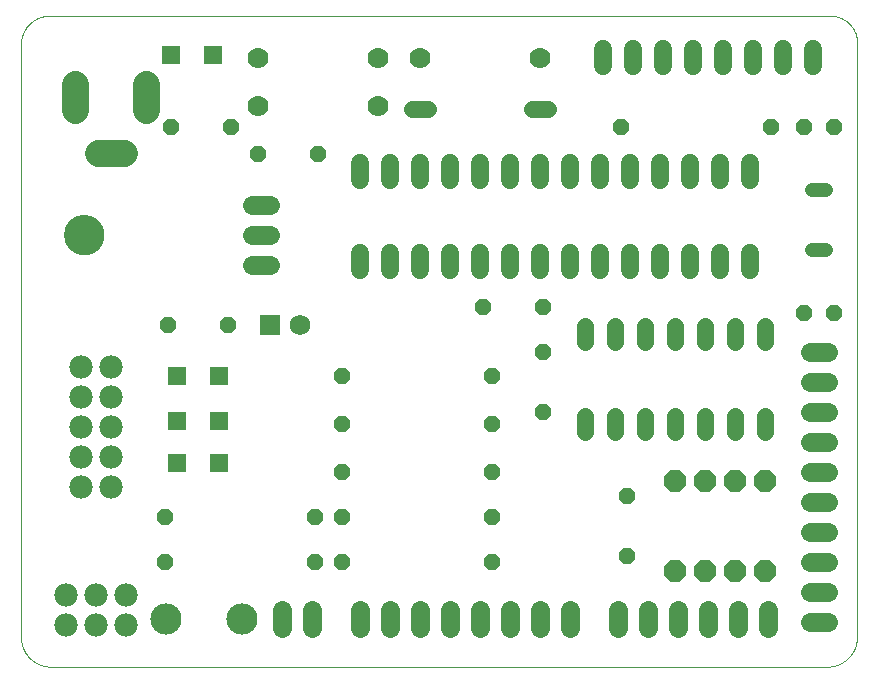
<source format=gts>
G75*
%MOIN*%
%OFA0B0*%
%FSLAX25Y25*%
%IPPOS*%
%LPD*%
%AMOC8*
5,1,8,0,0,1.08239X$1,22.5*
%
%ADD10C,0.00000*%
%ADD11C,0.06400*%
%ADD12OC8,0.05600*%
%ADD13C,0.06900*%
%ADD14R,0.06900X0.06900*%
%ADD15C,0.07000*%
%ADD16C,0.05600*%
%ADD17C,0.07800*%
%ADD18C,0.09000*%
%ADD19C,0.13400*%
%ADD20R,0.06306X0.06306*%
%ADD21C,0.06000*%
%ADD22OC8,0.07200*%
%ADD23C,0.10400*%
%ADD24C,0.04800*%
D10*
X0013520Y0011000D02*
X0013520Y0208961D01*
X0013535Y0209190D01*
X0013555Y0209419D01*
X0013581Y0209648D01*
X0013613Y0209876D01*
X0013650Y0210102D01*
X0013692Y0210328D01*
X0013740Y0210553D01*
X0013793Y0210777D01*
X0013852Y0210999D01*
X0013916Y0211220D01*
X0013985Y0211439D01*
X0014060Y0211657D01*
X0014140Y0211872D01*
X0014225Y0212086D01*
X0014315Y0212297D01*
X0014410Y0212506D01*
X0014510Y0212713D01*
X0014616Y0212918D01*
X0014726Y0213119D01*
X0014841Y0213319D01*
X0014960Y0213515D01*
X0015085Y0213708D01*
X0015214Y0213898D01*
X0015348Y0214085D01*
X0015486Y0214269D01*
X0015628Y0214449D01*
X0015775Y0214626D01*
X0015926Y0214799D01*
X0016082Y0214969D01*
X0016241Y0215135D01*
X0016404Y0215297D01*
X0016571Y0215455D01*
X0016742Y0215608D01*
X0016917Y0215758D01*
X0017095Y0215903D01*
X0017276Y0216044D01*
X0017461Y0216181D01*
X0017649Y0216313D01*
X0017841Y0216440D01*
X0018035Y0216563D01*
X0018232Y0216681D01*
X0018432Y0216795D01*
X0018635Y0216903D01*
X0018840Y0217007D01*
X0019048Y0217105D01*
X0019258Y0217199D01*
X0019470Y0217287D01*
X0019684Y0217370D01*
X0019901Y0217448D01*
X0020119Y0217521D01*
X0020339Y0217588D01*
X0020560Y0217650D01*
X0020783Y0217707D01*
X0021007Y0217759D01*
X0021232Y0217804D01*
X0021458Y0217845D01*
X0021686Y0217880D01*
X0021913Y0217909D01*
X0022142Y0217933D01*
X0022371Y0217952D01*
X0022601Y0217965D01*
X0022831Y0217972D01*
X0023060Y0217974D01*
X0023290Y0217970D01*
X0023520Y0217961D01*
X0282205Y0217961D01*
X0282423Y0217982D01*
X0282642Y0217998D01*
X0282861Y0218009D01*
X0283080Y0218015D01*
X0283299Y0218016D01*
X0283518Y0218011D01*
X0283737Y0218000D01*
X0283956Y0217985D01*
X0284174Y0217964D01*
X0284392Y0217938D01*
X0284609Y0217907D01*
X0284825Y0217870D01*
X0285040Y0217828D01*
X0285254Y0217782D01*
X0285467Y0217729D01*
X0285679Y0217672D01*
X0285889Y0217610D01*
X0286097Y0217543D01*
X0286304Y0217470D01*
X0286509Y0217393D01*
X0286713Y0217310D01*
X0286914Y0217223D01*
X0287113Y0217131D01*
X0287309Y0217034D01*
X0287504Y0216933D01*
X0287695Y0216827D01*
X0287884Y0216716D01*
X0288071Y0216601D01*
X0288254Y0216481D01*
X0288435Y0216356D01*
X0288613Y0216228D01*
X0288787Y0216095D01*
X0288958Y0215958D01*
X0289126Y0215817D01*
X0289290Y0215672D01*
X0289451Y0215523D01*
X0289608Y0215370D01*
X0289762Y0215214D01*
X0289911Y0215053D01*
X0290057Y0214890D01*
X0290198Y0214722D01*
X0290336Y0214552D01*
X0290469Y0214378D01*
X0290598Y0214200D01*
X0290723Y0214020D01*
X0290844Y0213837D01*
X0290960Y0213651D01*
X0291071Y0213462D01*
X0291178Y0213271D01*
X0291280Y0213077D01*
X0291378Y0212881D01*
X0291470Y0212682D01*
X0291558Y0212481D01*
X0291641Y0212278D01*
X0291719Y0212074D01*
X0291793Y0211867D01*
X0291861Y0211659D01*
X0291924Y0211449D01*
X0291982Y0211237D01*
X0292034Y0211024D01*
X0292082Y0210810D01*
X0292125Y0210595D01*
X0292162Y0210379D01*
X0292194Y0210163D01*
X0292221Y0209945D01*
X0292220Y0209945D02*
X0292220Y0011000D01*
X0292217Y0010758D01*
X0292208Y0010517D01*
X0292194Y0010276D01*
X0292173Y0010035D01*
X0292147Y0009795D01*
X0292115Y0009555D01*
X0292077Y0009316D01*
X0292034Y0009079D01*
X0291984Y0008842D01*
X0291929Y0008607D01*
X0291869Y0008373D01*
X0291802Y0008141D01*
X0291731Y0007910D01*
X0291653Y0007681D01*
X0291570Y0007454D01*
X0291482Y0007229D01*
X0291388Y0007006D01*
X0291289Y0006786D01*
X0291184Y0006568D01*
X0291075Y0006353D01*
X0290960Y0006140D01*
X0290840Y0005930D01*
X0290715Y0005724D01*
X0290585Y0005520D01*
X0290450Y0005319D01*
X0290310Y0005122D01*
X0290166Y0004928D01*
X0290017Y0004738D01*
X0289863Y0004552D01*
X0289705Y0004369D01*
X0289543Y0004190D01*
X0289376Y0004015D01*
X0289205Y0003844D01*
X0289030Y0003677D01*
X0288851Y0003515D01*
X0288668Y0003357D01*
X0288482Y0003203D01*
X0288292Y0003054D01*
X0288098Y0002910D01*
X0287901Y0002770D01*
X0287700Y0002635D01*
X0287496Y0002505D01*
X0287290Y0002380D01*
X0287080Y0002260D01*
X0286867Y0002145D01*
X0286652Y0002036D01*
X0286434Y0001931D01*
X0286214Y0001832D01*
X0285991Y0001738D01*
X0285766Y0001650D01*
X0285539Y0001567D01*
X0285310Y0001489D01*
X0285079Y0001418D01*
X0284847Y0001351D01*
X0284613Y0001291D01*
X0284378Y0001236D01*
X0284141Y0001186D01*
X0283904Y0001143D01*
X0283665Y0001105D01*
X0283425Y0001073D01*
X0283185Y0001047D01*
X0282944Y0001026D01*
X0282703Y0001012D01*
X0282462Y0001003D01*
X0282220Y0001000D01*
X0023520Y0001000D01*
X0023278Y0001003D01*
X0023037Y0001012D01*
X0022796Y0001026D01*
X0022555Y0001047D01*
X0022315Y0001073D01*
X0022075Y0001105D01*
X0021836Y0001143D01*
X0021599Y0001186D01*
X0021362Y0001236D01*
X0021127Y0001291D01*
X0020893Y0001351D01*
X0020661Y0001418D01*
X0020430Y0001489D01*
X0020201Y0001567D01*
X0019974Y0001650D01*
X0019749Y0001738D01*
X0019526Y0001832D01*
X0019306Y0001931D01*
X0019088Y0002036D01*
X0018873Y0002145D01*
X0018660Y0002260D01*
X0018450Y0002380D01*
X0018244Y0002505D01*
X0018040Y0002635D01*
X0017839Y0002770D01*
X0017642Y0002910D01*
X0017448Y0003054D01*
X0017258Y0003203D01*
X0017072Y0003357D01*
X0016889Y0003515D01*
X0016710Y0003677D01*
X0016535Y0003844D01*
X0016364Y0004015D01*
X0016197Y0004190D01*
X0016035Y0004369D01*
X0015877Y0004552D01*
X0015723Y0004738D01*
X0015574Y0004928D01*
X0015430Y0005122D01*
X0015290Y0005319D01*
X0015155Y0005520D01*
X0015025Y0005724D01*
X0014900Y0005930D01*
X0014780Y0006140D01*
X0014665Y0006353D01*
X0014556Y0006568D01*
X0014451Y0006786D01*
X0014352Y0007006D01*
X0014258Y0007229D01*
X0014170Y0007454D01*
X0014087Y0007681D01*
X0014009Y0007910D01*
X0013938Y0008141D01*
X0013871Y0008373D01*
X0013811Y0008607D01*
X0013756Y0008842D01*
X0013706Y0009079D01*
X0013663Y0009316D01*
X0013625Y0009555D01*
X0013593Y0009795D01*
X0013567Y0010035D01*
X0013546Y0010276D01*
X0013532Y0010517D01*
X0013523Y0010758D01*
X0013520Y0011000D01*
X0028020Y0145000D02*
X0028022Y0145161D01*
X0028028Y0145321D01*
X0028038Y0145482D01*
X0028052Y0145642D01*
X0028070Y0145802D01*
X0028091Y0145961D01*
X0028117Y0146120D01*
X0028147Y0146278D01*
X0028180Y0146435D01*
X0028218Y0146592D01*
X0028259Y0146747D01*
X0028304Y0146901D01*
X0028353Y0147054D01*
X0028406Y0147206D01*
X0028462Y0147357D01*
X0028523Y0147506D01*
X0028586Y0147654D01*
X0028654Y0147800D01*
X0028725Y0147944D01*
X0028799Y0148086D01*
X0028877Y0148227D01*
X0028959Y0148365D01*
X0029044Y0148502D01*
X0029132Y0148636D01*
X0029224Y0148768D01*
X0029319Y0148898D01*
X0029417Y0149026D01*
X0029518Y0149151D01*
X0029622Y0149273D01*
X0029729Y0149393D01*
X0029839Y0149510D01*
X0029952Y0149625D01*
X0030068Y0149736D01*
X0030187Y0149845D01*
X0030308Y0149950D01*
X0030432Y0150053D01*
X0030558Y0150153D01*
X0030686Y0150249D01*
X0030817Y0150342D01*
X0030951Y0150432D01*
X0031086Y0150519D01*
X0031224Y0150602D01*
X0031363Y0150682D01*
X0031505Y0150758D01*
X0031648Y0150831D01*
X0031793Y0150900D01*
X0031940Y0150966D01*
X0032088Y0151028D01*
X0032238Y0151086D01*
X0032389Y0151141D01*
X0032542Y0151192D01*
X0032696Y0151239D01*
X0032851Y0151282D01*
X0033007Y0151321D01*
X0033163Y0151357D01*
X0033321Y0151388D01*
X0033479Y0151416D01*
X0033638Y0151440D01*
X0033798Y0151460D01*
X0033958Y0151476D01*
X0034118Y0151488D01*
X0034279Y0151496D01*
X0034440Y0151500D01*
X0034600Y0151500D01*
X0034761Y0151496D01*
X0034922Y0151488D01*
X0035082Y0151476D01*
X0035242Y0151460D01*
X0035402Y0151440D01*
X0035561Y0151416D01*
X0035719Y0151388D01*
X0035877Y0151357D01*
X0036033Y0151321D01*
X0036189Y0151282D01*
X0036344Y0151239D01*
X0036498Y0151192D01*
X0036651Y0151141D01*
X0036802Y0151086D01*
X0036952Y0151028D01*
X0037100Y0150966D01*
X0037247Y0150900D01*
X0037392Y0150831D01*
X0037535Y0150758D01*
X0037677Y0150682D01*
X0037816Y0150602D01*
X0037954Y0150519D01*
X0038089Y0150432D01*
X0038223Y0150342D01*
X0038354Y0150249D01*
X0038482Y0150153D01*
X0038608Y0150053D01*
X0038732Y0149950D01*
X0038853Y0149845D01*
X0038972Y0149736D01*
X0039088Y0149625D01*
X0039201Y0149510D01*
X0039311Y0149393D01*
X0039418Y0149273D01*
X0039522Y0149151D01*
X0039623Y0149026D01*
X0039721Y0148898D01*
X0039816Y0148768D01*
X0039908Y0148636D01*
X0039996Y0148502D01*
X0040081Y0148365D01*
X0040163Y0148227D01*
X0040241Y0148086D01*
X0040315Y0147944D01*
X0040386Y0147800D01*
X0040454Y0147654D01*
X0040517Y0147506D01*
X0040578Y0147357D01*
X0040634Y0147206D01*
X0040687Y0147054D01*
X0040736Y0146901D01*
X0040781Y0146747D01*
X0040822Y0146592D01*
X0040860Y0146435D01*
X0040893Y0146278D01*
X0040923Y0146120D01*
X0040949Y0145961D01*
X0040970Y0145802D01*
X0040988Y0145642D01*
X0041002Y0145482D01*
X0041012Y0145321D01*
X0041018Y0145161D01*
X0041020Y0145000D01*
X0041018Y0144839D01*
X0041012Y0144679D01*
X0041002Y0144518D01*
X0040988Y0144358D01*
X0040970Y0144198D01*
X0040949Y0144039D01*
X0040923Y0143880D01*
X0040893Y0143722D01*
X0040860Y0143565D01*
X0040822Y0143408D01*
X0040781Y0143253D01*
X0040736Y0143099D01*
X0040687Y0142946D01*
X0040634Y0142794D01*
X0040578Y0142643D01*
X0040517Y0142494D01*
X0040454Y0142346D01*
X0040386Y0142200D01*
X0040315Y0142056D01*
X0040241Y0141914D01*
X0040163Y0141773D01*
X0040081Y0141635D01*
X0039996Y0141498D01*
X0039908Y0141364D01*
X0039816Y0141232D01*
X0039721Y0141102D01*
X0039623Y0140974D01*
X0039522Y0140849D01*
X0039418Y0140727D01*
X0039311Y0140607D01*
X0039201Y0140490D01*
X0039088Y0140375D01*
X0038972Y0140264D01*
X0038853Y0140155D01*
X0038732Y0140050D01*
X0038608Y0139947D01*
X0038482Y0139847D01*
X0038354Y0139751D01*
X0038223Y0139658D01*
X0038089Y0139568D01*
X0037954Y0139481D01*
X0037816Y0139398D01*
X0037677Y0139318D01*
X0037535Y0139242D01*
X0037392Y0139169D01*
X0037247Y0139100D01*
X0037100Y0139034D01*
X0036952Y0138972D01*
X0036802Y0138914D01*
X0036651Y0138859D01*
X0036498Y0138808D01*
X0036344Y0138761D01*
X0036189Y0138718D01*
X0036033Y0138679D01*
X0035877Y0138643D01*
X0035719Y0138612D01*
X0035561Y0138584D01*
X0035402Y0138560D01*
X0035242Y0138540D01*
X0035082Y0138524D01*
X0034922Y0138512D01*
X0034761Y0138504D01*
X0034600Y0138500D01*
X0034440Y0138500D01*
X0034279Y0138504D01*
X0034118Y0138512D01*
X0033958Y0138524D01*
X0033798Y0138540D01*
X0033638Y0138560D01*
X0033479Y0138584D01*
X0033321Y0138612D01*
X0033163Y0138643D01*
X0033007Y0138679D01*
X0032851Y0138718D01*
X0032696Y0138761D01*
X0032542Y0138808D01*
X0032389Y0138859D01*
X0032238Y0138914D01*
X0032088Y0138972D01*
X0031940Y0139034D01*
X0031793Y0139100D01*
X0031648Y0139169D01*
X0031505Y0139242D01*
X0031363Y0139318D01*
X0031224Y0139398D01*
X0031086Y0139481D01*
X0030951Y0139568D01*
X0030817Y0139658D01*
X0030686Y0139751D01*
X0030558Y0139847D01*
X0030432Y0139947D01*
X0030308Y0140050D01*
X0030187Y0140155D01*
X0030068Y0140264D01*
X0029952Y0140375D01*
X0029839Y0140490D01*
X0029729Y0140607D01*
X0029622Y0140727D01*
X0029518Y0140849D01*
X0029417Y0140974D01*
X0029319Y0141102D01*
X0029224Y0141232D01*
X0029132Y0141364D01*
X0029044Y0141498D01*
X0028959Y0141635D01*
X0028877Y0141773D01*
X0028799Y0141914D01*
X0028725Y0142056D01*
X0028654Y0142200D01*
X0028586Y0142346D01*
X0028523Y0142494D01*
X0028462Y0142643D01*
X0028406Y0142794D01*
X0028353Y0142946D01*
X0028304Y0143099D01*
X0028259Y0143253D01*
X0028218Y0143408D01*
X0028180Y0143565D01*
X0028147Y0143722D01*
X0028117Y0143880D01*
X0028091Y0144039D01*
X0028070Y0144198D01*
X0028052Y0144358D01*
X0028038Y0144518D01*
X0028028Y0144679D01*
X0028022Y0144839D01*
X0028020Y0145000D01*
D11*
X0090520Y0145000D02*
X0096520Y0145000D01*
X0096520Y0155000D02*
X0090520Y0155000D01*
X0090520Y0135000D02*
X0096520Y0135000D01*
X0100520Y0020000D02*
X0100520Y0014000D01*
X0110520Y0014000D02*
X0110520Y0020000D01*
X0126520Y0020000D02*
X0126520Y0014000D01*
X0136520Y0014000D02*
X0136520Y0020000D01*
X0146520Y0020000D02*
X0146520Y0014000D01*
X0156520Y0014000D02*
X0156520Y0020000D01*
X0166520Y0020000D02*
X0166520Y0014000D01*
X0176520Y0014000D02*
X0176520Y0020000D01*
X0186520Y0020000D02*
X0186520Y0014000D01*
X0196520Y0014000D02*
X0196520Y0020000D01*
X0212520Y0020000D02*
X0212520Y0014000D01*
X0222520Y0014000D02*
X0222520Y0020000D01*
X0232520Y0020000D02*
X0232520Y0014000D01*
X0242520Y0014000D02*
X0242520Y0020000D01*
X0252520Y0020000D02*
X0252520Y0014000D01*
X0262520Y0014000D02*
X0262520Y0020000D01*
X0276520Y0016000D02*
X0282520Y0016000D01*
X0282520Y0026000D02*
X0276520Y0026000D01*
X0276520Y0036000D02*
X0282520Y0036000D01*
X0282520Y0046000D02*
X0276520Y0046000D01*
X0276520Y0056000D02*
X0282520Y0056000D01*
X0282520Y0066000D02*
X0276520Y0066000D01*
X0276520Y0076000D02*
X0282520Y0076000D01*
X0282520Y0086000D02*
X0276520Y0086000D01*
X0276520Y0096000D02*
X0282520Y0096000D01*
X0282520Y0106000D02*
X0276520Y0106000D01*
D12*
X0274520Y0119000D03*
X0284520Y0119000D03*
X0284520Y0181000D03*
X0274520Y0181000D03*
X0263520Y0181000D03*
X0213520Y0181000D03*
X0187520Y0121000D03*
X0167520Y0121000D03*
X0187520Y0106000D03*
X0170520Y0098000D03*
X0187520Y0086000D03*
X0170520Y0082000D03*
X0170520Y0066000D03*
X0170520Y0051000D03*
X0170520Y0036000D03*
X0215520Y0038000D03*
X0215520Y0058000D03*
X0120520Y0051000D03*
X0111520Y0051000D03*
X0111520Y0036000D03*
X0120520Y0036000D03*
X0120520Y0066000D03*
X0120520Y0082000D03*
X0120520Y0098000D03*
X0082520Y0115000D03*
X0062520Y0115000D03*
X0092520Y0172000D03*
X0083520Y0181000D03*
X0063520Y0181000D03*
X0112520Y0172000D03*
X0061520Y0051000D03*
X0061520Y0036000D03*
D13*
X0106520Y0115000D03*
D14*
X0096520Y0115000D03*
D15*
X0092520Y0188000D03*
X0092520Y0204000D03*
X0132520Y0204000D03*
X0146520Y0204000D03*
X0132520Y0188000D03*
X0186520Y0204000D03*
D16*
X0189120Y0187000D02*
X0183920Y0187000D01*
X0149120Y0187000D02*
X0143920Y0187000D01*
X0201520Y0114600D02*
X0201520Y0109400D01*
X0211520Y0109400D02*
X0211520Y0114600D01*
X0221520Y0114600D02*
X0221520Y0109400D01*
X0231520Y0109400D02*
X0231520Y0114600D01*
X0241520Y0114600D02*
X0241520Y0109400D01*
X0251520Y0109400D02*
X0251520Y0114600D01*
X0261520Y0114600D02*
X0261520Y0109400D01*
X0261520Y0084600D02*
X0261520Y0079400D01*
X0251520Y0079400D02*
X0251520Y0084600D01*
X0241520Y0084600D02*
X0241520Y0079400D01*
X0231520Y0079400D02*
X0231520Y0084600D01*
X0221520Y0084600D02*
X0221520Y0079400D01*
X0211520Y0079400D02*
X0211520Y0084600D01*
X0201520Y0084600D02*
X0201520Y0079400D01*
D17*
X0048520Y0025000D03*
X0038520Y0025000D03*
X0028520Y0025000D03*
X0028520Y0015000D03*
X0038520Y0015000D03*
X0048520Y0015000D03*
X0043520Y0061000D03*
X0033520Y0061000D03*
X0033520Y0071000D03*
X0043520Y0071000D03*
X0043520Y0081000D03*
X0033520Y0081000D03*
X0033520Y0091000D03*
X0043520Y0091000D03*
X0043520Y0101000D03*
X0033520Y0101000D03*
D18*
X0039220Y0172102D02*
X0047820Y0172102D01*
X0055331Y0186700D02*
X0055331Y0195300D01*
X0031709Y0195300D02*
X0031709Y0186700D01*
D19*
X0034520Y0145000D03*
D20*
X0065630Y0098000D03*
X0079409Y0098000D03*
X0079409Y0083000D03*
X0065630Y0083000D03*
X0065630Y0069000D03*
X0079409Y0069000D03*
X0077409Y0205000D03*
X0063630Y0205000D03*
D21*
X0126520Y0168800D02*
X0126520Y0163200D01*
X0136520Y0163200D02*
X0136520Y0168800D01*
X0146520Y0168800D02*
X0146520Y0163200D01*
X0156520Y0163200D02*
X0156520Y0168800D01*
X0166520Y0168800D02*
X0166520Y0163200D01*
X0176520Y0163200D02*
X0176520Y0168800D01*
X0186520Y0168800D02*
X0186520Y0163200D01*
X0196520Y0163200D02*
X0196520Y0168800D01*
X0206520Y0168800D02*
X0206520Y0163200D01*
X0216520Y0163200D02*
X0216520Y0168800D01*
X0226520Y0168800D02*
X0226520Y0163200D01*
X0236520Y0163200D02*
X0236520Y0168800D01*
X0246520Y0168800D02*
X0246520Y0163200D01*
X0256520Y0163200D02*
X0256520Y0168800D01*
X0256520Y0138800D02*
X0256520Y0133200D01*
X0246520Y0133200D02*
X0246520Y0138800D01*
X0236520Y0138800D02*
X0236520Y0133200D01*
X0226520Y0133200D02*
X0226520Y0138800D01*
X0216520Y0138800D02*
X0216520Y0133200D01*
X0206520Y0133200D02*
X0206520Y0138800D01*
X0196520Y0138800D02*
X0196520Y0133200D01*
X0186520Y0133200D02*
X0186520Y0138800D01*
X0176520Y0138800D02*
X0176520Y0133200D01*
X0166520Y0133200D02*
X0166520Y0138800D01*
X0156520Y0138800D02*
X0156520Y0133200D01*
X0146520Y0133200D02*
X0146520Y0138800D01*
X0136520Y0138800D02*
X0136520Y0133200D01*
X0126520Y0133200D02*
X0126520Y0138800D01*
X0207520Y0201200D02*
X0207520Y0206800D01*
X0217520Y0206800D02*
X0217520Y0201200D01*
X0227520Y0201200D02*
X0227520Y0206800D01*
X0237520Y0206800D02*
X0237520Y0201200D01*
X0247520Y0201200D02*
X0247520Y0206800D01*
X0257520Y0206800D02*
X0257520Y0201200D01*
X0267520Y0201200D02*
X0267520Y0206800D01*
X0277520Y0206800D02*
X0277520Y0201200D01*
D22*
X0261520Y0063000D03*
X0251520Y0063000D03*
X0241520Y0063000D03*
X0231520Y0063000D03*
X0231520Y0033000D03*
X0241520Y0033000D03*
X0251520Y0033000D03*
X0261520Y0033000D03*
D23*
X0087315Y0017000D03*
X0061724Y0017000D03*
D24*
X0277320Y0140000D02*
X0281720Y0140000D01*
X0281720Y0160000D02*
X0277320Y0160000D01*
M02*

</source>
